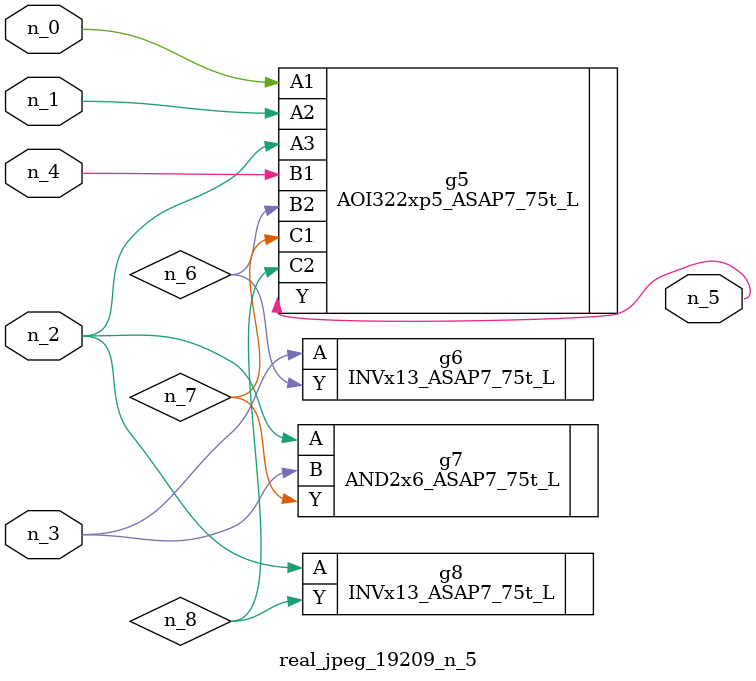
<source format=v>
module real_jpeg_19209_n_5 (n_4, n_0, n_1, n_2, n_3, n_5);

input n_4;
input n_0;
input n_1;
input n_2;
input n_3;

output n_5;

wire n_8;
wire n_6;
wire n_7;

AOI322xp5_ASAP7_75t_L g5 ( 
.A1(n_0),
.A2(n_1),
.A3(n_2),
.B1(n_4),
.B2(n_6),
.C1(n_7),
.C2(n_8),
.Y(n_5)
);

AND2x6_ASAP7_75t_L g7 ( 
.A(n_2),
.B(n_3),
.Y(n_7)
);

INVx13_ASAP7_75t_L g8 ( 
.A(n_2),
.Y(n_8)
);

INVx13_ASAP7_75t_L g6 ( 
.A(n_3),
.Y(n_6)
);


endmodule
</source>
